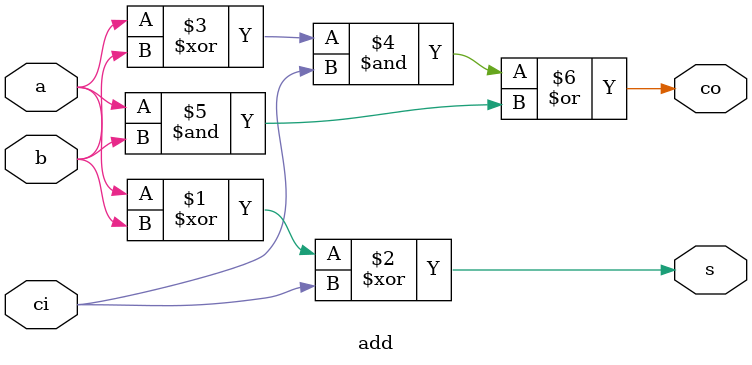
<source format=v>

module add(s,a,b,ci,co);

input ci;
input a;
input b;

output co;
output s;

assign s = (a^b)^ci;
assign co = ((a^b)&ci)|(a&b);

endmodule 

</source>
